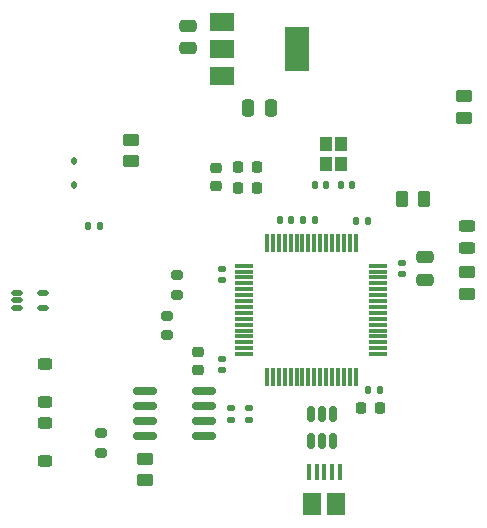
<source format=gbr>
G04 #@! TF.GenerationSoftware,KiCad,Pcbnew,7.0.8*
G04 #@! TF.CreationDate,2024-01-22T08:42:35-07:00*
G04 #@! TF.ProjectId,sdm24wheel,73646d32-3477-4686-9565-6c2e6b696361,v1.1*
G04 #@! TF.SameCoordinates,Original*
G04 #@! TF.FileFunction,Paste,Top*
G04 #@! TF.FilePolarity,Positive*
%FSLAX46Y46*%
G04 Gerber Fmt 4.6, Leading zero omitted, Abs format (unit mm)*
G04 Created by KiCad (PCBNEW 7.0.8) date 2024-01-22 08:42:35*
%MOMM*%
%LPD*%
G01*
G04 APERTURE LIST*
G04 Aperture macros list*
%AMRoundRect*
0 Rectangle with rounded corners*
0 $1 Rounding radius*
0 $2 $3 $4 $5 $6 $7 $8 $9 X,Y pos of 4 corners*
0 Add a 4 corners polygon primitive as box body*
4,1,4,$2,$3,$4,$5,$6,$7,$8,$9,$2,$3,0*
0 Add four circle primitives for the rounded corners*
1,1,$1+$1,$2,$3*
1,1,$1+$1,$4,$5*
1,1,$1+$1,$6,$7*
1,1,$1+$1,$8,$9*
0 Add four rect primitives between the rounded corners*
20,1,$1+$1,$2,$3,$4,$5,0*
20,1,$1+$1,$4,$5,$6,$7,0*
20,1,$1+$1,$6,$7,$8,$9,0*
20,1,$1+$1,$8,$9,$2,$3,0*%
G04 Aperture macros list end*
%ADD10RoundRect,0.140000X-0.140000X-0.170000X0.140000X-0.170000X0.140000X0.170000X-0.140000X0.170000X0*%
%ADD11RoundRect,0.150000X0.150000X-0.512500X0.150000X0.512500X-0.150000X0.512500X-0.150000X-0.512500X0*%
%ADD12RoundRect,0.140000X-0.170000X0.140000X-0.170000X-0.140000X0.170000X-0.140000X0.170000X0.140000X0*%
%ADD13RoundRect,0.112500X0.112500X-0.187500X0.112500X0.187500X-0.112500X0.187500X-0.112500X-0.187500X0*%
%ADD14RoundRect,0.225000X-0.250000X0.225000X-0.250000X-0.225000X0.250000X-0.225000X0.250000X0.225000X0*%
%ADD15RoundRect,0.075000X-0.075000X0.700000X-0.075000X-0.700000X0.075000X-0.700000X0.075000X0.700000X0*%
%ADD16RoundRect,0.075000X-0.700000X0.075000X-0.700000X-0.075000X0.700000X-0.075000X0.700000X0.075000X0*%
%ADD17RoundRect,0.225000X-0.225000X-0.250000X0.225000X-0.250000X0.225000X0.250000X-0.225000X0.250000X0*%
%ADD18R,2.000000X1.500000*%
%ADD19R,2.000000X3.800000*%
%ADD20RoundRect,0.250000X-0.250000X-0.475000X0.250000X-0.475000X0.250000X0.475000X-0.250000X0.475000X0*%
%ADD21RoundRect,0.140000X0.140000X0.170000X-0.140000X0.170000X-0.140000X-0.170000X0.140000X-0.170000X0*%
%ADD22RoundRect,0.200000X-0.275000X0.200000X-0.275000X-0.200000X0.275000X-0.200000X0.275000X0.200000X0*%
%ADD23RoundRect,0.250000X-0.475000X0.250000X-0.475000X-0.250000X0.475000X-0.250000X0.475000X0.250000X0*%
%ADD24RoundRect,0.218750X0.256250X-0.218750X0.256250X0.218750X-0.256250X0.218750X-0.256250X-0.218750X0*%
%ADD25RoundRect,0.250000X-0.450000X0.262500X-0.450000X-0.262500X0.450000X-0.262500X0.450000X0.262500X0*%
%ADD26RoundRect,0.243750X0.456250X-0.243750X0.456250X0.243750X-0.456250X0.243750X-0.456250X-0.243750X0*%
%ADD27RoundRect,0.245000X-0.380000X0.245000X-0.380000X-0.245000X0.380000X-0.245000X0.380000X0.245000X0*%
%ADD28R,0.400000X1.350000*%
%ADD29R,1.500000X1.900000*%
%ADD30RoundRect,0.200000X0.275000X-0.200000X0.275000X0.200000X-0.275000X0.200000X-0.275000X-0.200000X0*%
%ADD31RoundRect,0.245000X0.380000X-0.245000X0.380000X0.245000X-0.380000X0.245000X-0.380000X-0.245000X0*%
%ADD32RoundRect,0.112500X-0.362500X-0.112500X0.362500X-0.112500X0.362500X0.112500X-0.362500X0.112500X0*%
%ADD33RoundRect,0.250000X-0.262500X-0.450000X0.262500X-0.450000X0.262500X0.450000X-0.262500X0.450000X0*%
%ADD34RoundRect,0.150000X0.825000X0.150000X-0.825000X0.150000X-0.825000X-0.150000X0.825000X-0.150000X0*%
%ADD35RoundRect,0.250000X0.450000X-0.262500X0.450000X0.262500X-0.450000X0.262500X-0.450000X-0.262500X0*%
%ADD36R,1.000000X1.200000*%
%ADD37RoundRect,0.140000X0.170000X-0.140000X0.170000X0.140000X-0.170000X0.140000X-0.170000X-0.140000X0*%
G04 APERTURE END LIST*
D10*
X188020000Y-90600000D03*
X188980000Y-90600000D03*
D11*
X184150000Y-109200000D03*
X185100000Y-109200000D03*
X186050000Y-109200000D03*
X186050000Y-106925000D03*
X185100000Y-106925000D03*
X184150000Y-106925000D03*
D12*
X176600000Y-102220000D03*
X176600000Y-103180000D03*
D13*
X164125000Y-87550000D03*
X164125000Y-85450000D03*
D12*
X178900000Y-106420000D03*
X178900000Y-107380000D03*
D14*
X174600000Y-101625000D03*
X174600000Y-103175000D03*
D15*
X187950000Y-92425000D03*
X187450000Y-92425000D03*
X186950000Y-92425000D03*
X186450000Y-92425000D03*
X185950000Y-92425000D03*
X185450000Y-92425000D03*
X184950000Y-92425000D03*
X184450000Y-92425000D03*
X183950000Y-92425000D03*
X183450000Y-92425000D03*
X182950000Y-92425000D03*
X182450000Y-92425000D03*
X181950000Y-92425000D03*
X181450000Y-92425000D03*
X180950000Y-92425000D03*
X180450000Y-92425000D03*
D16*
X178525000Y-94350000D03*
X178525000Y-94850000D03*
X178525000Y-95350000D03*
X178525000Y-95850000D03*
X178525000Y-96350000D03*
X178525000Y-96850000D03*
X178525000Y-97350000D03*
X178525000Y-97850000D03*
X178525000Y-98350000D03*
X178525000Y-98850000D03*
X178525000Y-99350000D03*
X178525000Y-99850000D03*
X178525000Y-100350000D03*
X178525000Y-100850000D03*
X178525000Y-101350000D03*
X178525000Y-101850000D03*
D15*
X180450000Y-103775000D03*
X180950000Y-103775000D03*
X181450000Y-103775000D03*
X181950000Y-103775000D03*
X182450000Y-103775000D03*
X182950000Y-103775000D03*
X183450000Y-103775000D03*
X183950000Y-103775000D03*
X184450000Y-103775000D03*
X184950000Y-103775000D03*
X185450000Y-103775000D03*
X185950000Y-103775000D03*
X186450000Y-103775000D03*
X186950000Y-103775000D03*
X187450000Y-103775000D03*
X187950000Y-103775000D03*
D16*
X189875000Y-101850000D03*
X189875000Y-101350000D03*
X189875000Y-100850000D03*
X189875000Y-100350000D03*
X189875000Y-99850000D03*
X189875000Y-99350000D03*
X189875000Y-98850000D03*
X189875000Y-98350000D03*
X189875000Y-97850000D03*
X189875000Y-97350000D03*
X189875000Y-96850000D03*
X189875000Y-96350000D03*
X189875000Y-95850000D03*
X189875000Y-95350000D03*
X189875000Y-94850000D03*
X189875000Y-94350000D03*
D17*
X188425000Y-106400000D03*
X189975000Y-106400000D03*
D18*
X176650000Y-73700000D03*
X176650000Y-76000000D03*
D19*
X182950000Y-76000000D03*
D18*
X176650000Y-78300000D03*
D20*
X178850000Y-81000000D03*
X180750000Y-81000000D03*
D12*
X191900000Y-94100000D03*
X191900000Y-95060000D03*
D21*
X184480000Y-90500000D03*
X183520000Y-90500000D03*
D17*
X178025000Y-87800000D03*
X179575000Y-87800000D03*
D12*
X177400000Y-106420000D03*
X177400000Y-107380000D03*
D22*
X172800000Y-95175000D03*
X172800000Y-96825000D03*
D23*
X173800000Y-74050000D03*
X173800000Y-75950000D03*
D24*
X176166000Y-87637500D03*
X176166000Y-86062500D03*
D25*
X197400000Y-94887500D03*
X197400000Y-96712500D03*
D26*
X197400000Y-92837500D03*
X197400000Y-90962500D03*
D27*
X161625000Y-102640000D03*
X161625000Y-105860000D03*
D28*
X184000000Y-111850000D03*
X184650000Y-111850000D03*
X185300000Y-111850000D03*
X185950000Y-111850000D03*
X186600000Y-111850000D03*
D29*
X184300000Y-114550000D03*
X186300000Y-114550000D03*
D30*
X172000000Y-100225000D03*
X172000000Y-98575000D03*
D23*
X193800000Y-93650000D03*
X193800000Y-95550000D03*
D31*
X161625000Y-110860000D03*
X161625000Y-107640000D03*
D25*
X197100000Y-79987500D03*
X197100000Y-81812500D03*
D32*
X159300000Y-96650000D03*
X159300000Y-97300000D03*
X159300000Y-97950000D03*
X161500000Y-97950000D03*
X161500000Y-96650000D03*
D25*
X170100000Y-110687500D03*
X170100000Y-112512500D03*
D10*
X189020000Y-104900000D03*
X189980000Y-104900000D03*
X186720000Y-87500000D03*
X187680000Y-87500000D03*
X181520000Y-90500000D03*
X182480000Y-90500000D03*
D33*
X191887500Y-88700000D03*
X193712500Y-88700000D03*
D30*
X166400000Y-110185000D03*
X166400000Y-108535000D03*
D34*
X175075000Y-108805000D03*
X175075000Y-107535000D03*
X175075000Y-106265000D03*
X175075000Y-104995000D03*
X170125000Y-104995000D03*
X170125000Y-106265000D03*
X170125000Y-107535000D03*
X170125000Y-108805000D03*
D35*
X168920000Y-85512500D03*
X168920000Y-83687500D03*
D36*
X186750000Y-85750000D03*
X186750000Y-84050000D03*
X185450000Y-84050000D03*
X185450000Y-85750000D03*
D10*
X184520000Y-87500000D03*
X185480000Y-87500000D03*
D37*
X176600000Y-95580000D03*
X176600000Y-94620000D03*
D17*
X178025000Y-86000000D03*
X179575000Y-86000000D03*
D10*
X165320000Y-91000000D03*
X166280000Y-91000000D03*
M02*

</source>
